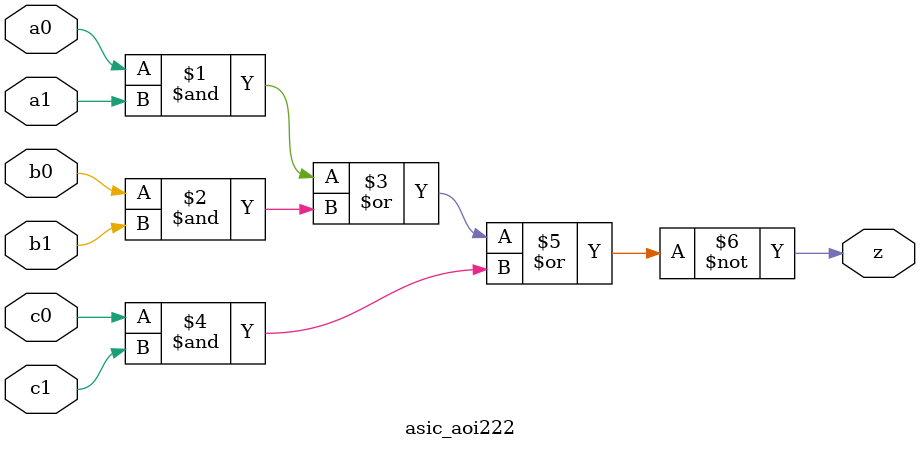
<source format=v>

module asic_aoi222
   (
    input  a0,
    input  a1,
    input  b0,
    input  b1,
    input  c0,
    input  c1,
    output z
    );

   assign z = ~((a0 & a1) | (b0 & b1) | (c0 & c1));

endmodule

</source>
